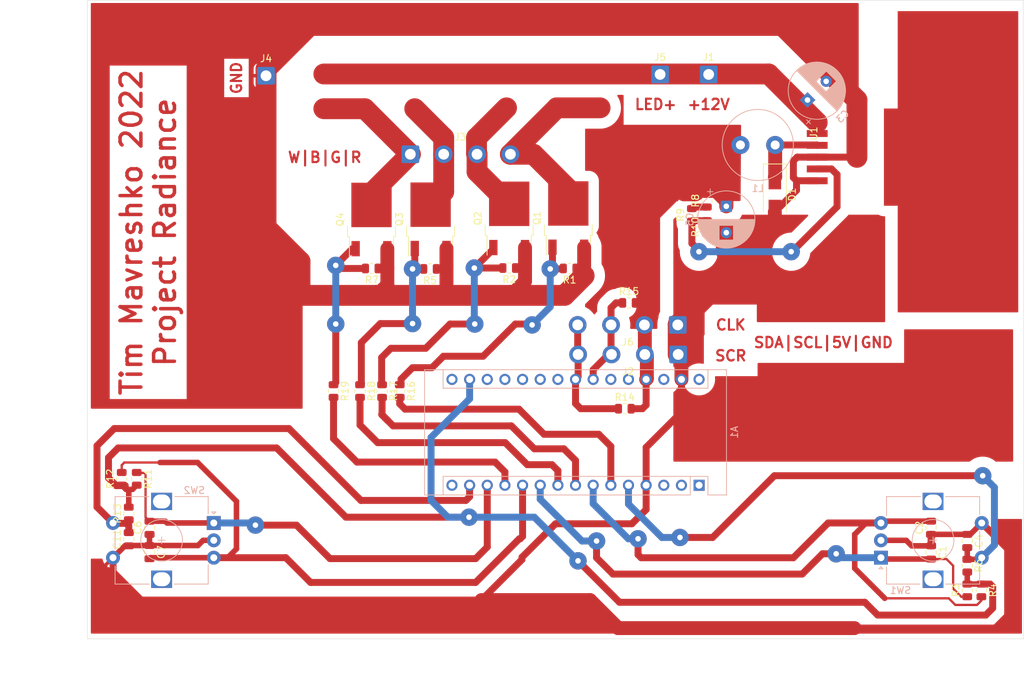
<source format=kicad_pcb>
(kicad_pcb (version 20211014) (generator pcbnew)
  (layers (0 "F.Cu" signal) (31 "B.Cu" signal) (34 "B.Paste" user) (35 "F.Paste" user) (36 "B.SilkS" user "B.Silkscreen") (37 "F.SilkS" user "F.Silkscreen") (38 "B.Mask" user) (39 "F.Mask" user) (44 "Edge.Cuts" user))
  (net 0 "")
  (net 3 "RIGHT_SW")
  (net 4 "RIGHT_B")
  (net 6 "LED_BLUE")
  (net 7 "+5V")
  (net 8 "RIGHT_A")
  (net 10 "LEFT_SW")
  (net 12 "LED_RED")
  (net 13 "SCL")
  (net 14 "LED_WHITE")
  (net 15 "SDA")
  (net 16 "LEFT_B")
  (net 18 "LED_GREEN")
  (net 20 "LEFT_A")
  (net 22 "GND")
  (net 27 "+3V3")
  (net 29 "+12V")
  (net 30 "W")
  (net 31 "B")
  (net 32 "G")
  (net 33 "R")
  (net 34 "Net-(D1-Pad1)")
  (net 35 "Net-(R8-Pad1)")
  (net 36 "Net-(R10-Pad2)")
  (net 38 "Net-(Q1-Pad1)")
  (net 39 "Net-(Q2-Pad1)")
  (net 40 "Net-(Q3-Pad1)")
  (net 41 "Net-(Q4-Pad1)")
  (footprint "Package_TO_SOT_SMD:TO-252-2" (layer "F.Cu") (at 119.254 94.5165 90)
    (fp_text reference "Q2")
    (fp_text value "FDD6635")
  )
  (footprint "Resistor_SMD:R_0805_2012Metric" (layer "F.Cu") (at 127.9525 101.727 180)
    (fp_text reference "R1")
    (fp_text value "100k")
  )
  (footprint "Resistor_SMD:R_0805_2012Metric" (layer "F.Cu") (at 119.253 101.6635 180)
    (fp_text reference "R2")
    (fp_text value "100k")
  )
  (footprint "Resistor_SMD:R_0805_2012Metric" (layer "F.Cu") (at 147.701 91.9715 90)
    (fp_text reference "R8")
    (fp_text value "8.2k")
  )
  (footprint "Resistor_SMD:R_0805_2012Metric" (layer "F.Cu") (at 145.542 94.02 90)
    (fp_text reference "R9")
    (fp_text value "3.9k")
  )
  (footprint "artisun_arduino:TO-220-5-SMD" (layer "F.Cu") (at 163.576 82.296 -90)
    (fp_text reference "U1")
    (fp_text value "LM2576T-ADJ")
  )
  (footprint "Resistor_SMD:R_0805_2012Metric" (layer "F.Cu") (at 64.516 137.0095 90)
    (fp_text reference "R13")
    (fp_text value "10k")
  )
  (footprint "Resistor_SMD:R_0805_2012Metric" (layer "F.Cu") (at 63.5 132.0165 90)
    (fp_text reference "R12")
    (fp_text value "10k")
  )
  (footprint "Resistor_SMD:R_0805_2012Metric" (layer "F.Cu") (at 65.659 132.0165 -90)
    (fp_text reference "R11")
    (fp_text value "10k")
  )
  (footprint "Resistor_SMD:R_0805_2012Metric" (layer "F.Cu") (at 185.166 148.082 90)
    (fp_text reference "R3")
    (fp_text value "10k")
  )
  (footprint "Capacitor_SMD:C_0805_2012Metric" (layer "F.Cu") (at 64.516 140.716 90)
    (fp_text reference "C11")
    (fp_text value "100n")
  )
  (footprint "Capacitor_SMD:C_0805_2012Metric" (layer "F.Cu") (at 67.5 142.572 -90)
    (fp_text reference "C7")
    (fp_text value "100n")
  )
  (footprint "Capacitor_SMD:C_0805_2012Metric" (layer "F.Cu") (at 185.166 140.97 -90)
    (fp_text reference "C4")
    (fp_text value "100n")
  )
  (footprint "Capacitor_SMD:C_0805_2012Metric" (layer "F.Cu") (at 67.5 139.072 90)
    (fp_text reference "C6")
    (fp_text value "100n")
  )
  (footprint "Capacitor_SMD:C_0805_2012Metric" (layer "F.Cu") (at 179.959 142.621 -90)
    (fp_text reference "C1")
    (fp_text value "100n")
  )
  (footprint "Resistor_SMD:R_0805_2012Metric" (layer "F.Cu") (at 107.863 101.7905 180)
    (fp_text reference "R5")
    (fp_text value "100k")
  )
  (footprint "Resistor_SMD:R_0805_2012Metric" (layer "F.Cu") (at 99.481 101.727 180)
    (fp_text reference "R7")
    (fp_text value "100k")
  )
  (footprint "Package_TO_SOT_SMD:TO-252-2" (layer "F.Cu") (at 99.441 94.6785 90)
    (fp_text reference "Q4")
    (fp_text value "FDD6635")
  )
  (footprint "Package_TO_SOT_SMD:TO-252-2" (layer "F.Cu") (at 107.949 94.6435 90)
    (fp_text reference "Q3")
    (fp_text value "FDD6635")
  )
  (footprint "Resistor_SMD:R_0805_2012Metric" (layer "F.Cu") (at 185.166 144.526 -90)
    (fp_text reference "R6")
    (fp_text value "10k")
  )
  (footprint "Capacitor_SMD:C_0805_2012Metric" (layer "F.Cu") (at 179.959 139.065 90)
    (fp_text reference "C2")
    (fp_text value "100n")
  )
  (footprint "Resistor_SMD:R_0805_2012Metric" (layer "F.Cu") (at 187.198 148.082 -90)
    (fp_text reference "R4")
    (fp_text value "10k")
  )
  (footprint "Connector_Wire:SolderWire-0.75sqmm_1x01_D1.25mm_OD2.3mm" (layer "F.Cu") (at 147.955 73.787)
    (fp_text reference "J1")
    (fp_text value "Conn12V")
  )
  (footprint "Connector_Wire:SolderWire-0.75sqmm_1x04_P4.8mm_D1.25mm_OD2.3mm" (layer "F.Cu") (at 105.029 85.2805)
    (fp_text reference "J3")
    (fp_text value "ConnLED")
  )
  (footprint "Connector_Wire:SolderWire-0.75sqmm_1x01_D1.25mm_OD2.3mm" (layer "F.Cu") (at 84.2645 73.9775)
    (fp_text reference "J4")
    (fp_text value "ConnGND")
  )
  (footprint "Diode_SMD:D_SMA_Handsoldering" (layer "F.Cu") (at 157.48 91.0825 -90)
    (fp_text reference "D1")
    (fp_text value "SS14")
  )
  (footprint "Resistor_SMD:R_0805_2012Metric" (layer "F.Cu") (at 147.701 95.758 90)
    (fp_text reference "R10")
    (fp_text value "3.9k")
  )
  (footprint "Connector_Wire:SolderWire-0.75sqmm_1x04_P4.8mm_D1.25mm_OD2.3mm" (layer "F.Cu") (at 143.5735 114.1095 180)
    (fp_text reference "J2")
    (fp_text value "ConnSCR")
  )
  (footprint "Package_TO_SOT_SMD:TO-252-2" (layer "F.Cu") (at 127.761 94.4685 90)
    (fp_text reference "Q1")
    (fp_text value "FDD6635")
  )
  (footprint "Resistor_SMD:R_0805_2012Metric" (layer "F.Cu") (at 93.98 119.38 -90)
    (fp_text reference "R19")
    (fp_text value "360")
  )
  (footprint "Connector_Wire:SolderWire-0.75sqmm_1x04_P4.8mm_D1.25mm_OD2.3mm" (layer "F.Cu") (at 143.51 109.855 180)
    (fp_text reference "J6")
    (fp_text value "ConnCLK")
  )
  (footprint "Resistor_SMD:R_0805_2012Metric" (layer "F.Cu") (at 103.505 119.38 -90)
    (fp_text reference "R16")
    (fp_text value "360")
  )
  (footprint "Resistor_SMD:R_0805_2012Metric" (layer "F.Cu") (at 97.79 119.38 -90)
    (fp_text reference "R18")
    (fp_text value "360")
  )
  (footprint "Resistor_SMD:R_0805_2012Metric" (layer "F.Cu") (at 100.965 119.38 -90)
    (fp_text reference "R17")
    (fp_text value "360")
  )
  (footprint "Resistor_SMD:R_0805_2012Metric" (layer "F.Cu") (at 135.89 121.92)
    (fp_text reference "R14")
    (fp_text value "10k")
  )
  (footprint "Resistor_SMD:R_0805_2012Metric" (layer "F.Cu") (at 136.49 106.68)
    (fp_text reference "R15")
    (fp_text value "10k")
  )
  (footprint "Connector_Wire:SolderWire-0.75sqmm_1x01_D1.25mm_OD2.3mm" (layer "F.Cu") (at 140.97 73.787)
    (fp_text reference "J5")
    (fp_text value "ConnLEDPower")
  )
  (footprint "Capacitor_THT:CP_Radial_D8.0mm_P3.80mm" (layer "B.Cu") (at 162.179 77.47 45)
    (fp_text reference "C3")
    (fp_text value "100 uF")
  )
  (footprint "Inductor_THT:L_Radial_D10.0mm_P5.00mm_Fastron_07M" (layer "B.Cu") (at 152.527 83.947)
    (fp_text reference "L1")
    (fp_text value "100 uH")
  )
  (footprint "Rotary_Encoder:RotaryEncoder_Alps_EC12E-Switch_Vertical_H20mm" (layer "B.Cu") (at 76.746 138.376 180)
    (fp_text reference "SW2")
    (fp_text value "Rotary_Encoder_Switch")
  )
  (footprint "Rotary_Encoder:RotaryEncoder_Alps_EC12E-Switch_Vertical_H20mm" (layer "B.Cu") (at 172.746 143.376)
    (fp_text reference "SW1")
    (fp_text value "Rotary_Encoder_Switch")
  )
  (footprint "Capacitor_THT:CP_Radial_D8.0mm_P3.80mm" (layer "B.Cu") (at 150.495 92.7735 -90)
    (fp_text reference "C5")
    (fp_text value "100 uF")
  )
  (footprint "Module:Arduino_Nano" (layer "B.Cu") (at 146.5795 132.9405 90)
    (fp_text reference "A1")
    (fp_text value "Arduino_Nano_v2.x")
  )
  (gr_rect (start 175.26 64.77) (end 192.405 107.95) (layer "F.Cu") (width 0.2) (fill solid))
  (gr_line (start 193.294 155.067) (end 193.2305 63.119) (layer "Edge.Cuts") (width 0.05))
  (gr_line (start 58.547 155.067) (end 193.294 155.067) (layer "Edge.Cuts") (width 0.05))
  (gr_line (start 193.2305 63.119) (end 58.547 63.119) (layer "Edge.Cuts") (width 0.05))
  (gr_line (start 58.547 63.119) (end 58.547 155.067) (layer "Edge.Cuts") (width 0.05))
  (gr_text "Tim Mavreshko 2022\nProject Radiance" (at 67.31 96.52 90) (layer "F.Cu") (effects (font (size 3 3) (thickness 0.5))))
  (gr_text "SCR" (at 151.13 114.3) (layer "F.Cu") (effects (font (size 1.5 1.5) (thickness 0.3))))
  (gr_text "W|B|G|R" (at 92.71 85.725) (layer "F.Cu") (effects (font (size 1.5 1.5) (thickness 0.3))))
  (gr_text "+12V" (at 147.955 78.105) (layer "F.Cu") (effects (font (size 1.5 1.5) (thickness 0.3))))
  (gr_text "SDA|SCL|5V|GND" (at 164.465 112.395) (layer "F.Cu") (effects (font (size 1.5 1.5) (thickness 0.3))))
  (gr_text "GND" (at 80.01 74.295 90) (layer "F.Cu") (effects (font (size 1.5 1.5) (thickness 0.3))))
  (gr_text "LED+" (at 140.335 78.105) (layer "F.Cu") (effects (font (size 1.5 1.5) (thickness 0.3))))
  (gr_text "CLK\n" (at 151.13 109.855) (layer "F.Cu") (effects (font (size 1.5 1.5) (thickness 0.3))))
  (segment (start 64.516 137.922) (end 64.008 137.922) (width 0.33) (layer "F.Cu") (net 3))
  (segment (start 64.008 138.43) (end 64.516 137.922) (width 1) (layer "F.Cu") (net 3))
  (segment (start 62.4205 124.7775) (end 87.5665 124.7775) (width 1) (layer "F.Cu") (net 3))
  (segment (start 97.917 135.128) (end 113.03 135.128) (width 1) (layer "F.Cu") (net 3))
  (segment (start 62.246 138.376) (end 59.944 136.074) (width 1) (layer "F.Cu") (net 3))
  (segment (start 64.516 139.766) (end 64.516 137.922) (width 1) (layer "F.Cu") (net 3))
  (segment (start 113.03 135.128) (end 113.5595 134.5985) (width 1) (layer "F.Cu") (net 3))
  (segment (start 113.5595 134.5985) (end 113.5595 132.9405) (width 1) (layer "F.Cu") (net 3))
  (segment (start 59.944 136.074) (end 59.944 127.254) (width 1) (layer "F.Cu") (net 3))
  (segment (start 59.944 127.254) (end 62.4205 124.7775) (width 1) (layer "F.Cu") (net 3))
  (segment (start 62.3 138.43) (end 64.008 138.43) (width 1) (layer "F.Cu") (net 3))
  (segment (start 62.246 138.376) (end 62.3 138.43) (width 1) (layer "F.Cu") (net 3))
  (segment (start 87.5665 124.7775) (end 97.917 135.128) (width 1) (layer "F.Cu") (net 3))
  (segment (start 76.746 143.376) (end 87.115 143.376) (width 1) (layer "F.Cu") (net 4))
  (segment (start 76.746 143.376) (end 67.646 143.376) (width 0.8) (layer "F.Cu") (net 4))
  (segment (start 120.7135 140.6525) (end 120.8405 140.6525) (width 1) (layer "F.Cu") (net 4))
  (segment (start 80.01 135.255) (end 74.422 129.667) (width 0.8) (layer "F.Cu") (net 4))
  (segment (start 90.678 146.939) (end 114.427 146.939) (width 1) (layer "F.Cu") (net 4))
  (segment (start 63.881 129.667) (end 63.5 130.048) (width 0.33) (layer "F.Cu") (net 4))
  (segment (start 87.115 143.376) (end 90.678 146.939) (width 1) (layer "F.Cu") (net 4))
  (segment (start 74.422 129.667) (end 69.0245 129.667) (width 0.8) (layer "F.Cu") (net 4))
  (segment (start 67.646 143.376) (end 67.5 143.522) (width 0.8) (layer "F.Cu") (net 4))
  (segment (start 69.0245 129.667) (end 63.881 129.667) (width 0.33) (layer "F.Cu") (net 4))
  (segment (start 120.8405 140.6525) (end 121.1795 140.3135) (width 1) (layer "F.Cu") (net 4))
  (segment (start 63.5 130.048) (end 63.5 131.104) (width 0.33) (layer "F.Cu") (net 4))
  (segment (start 80.01 142.113) (end 80.01 135.255) (width 0.8) (layer "F.Cu") (net 4))
  (segment (start 78.747 143.376) (end 80.01 142.113) (width 0.8) (layer "F.Cu") (net 4))
  (segment (start 76.746 143.376) (end 78.747 143.376) (width 0.8) (layer "F.Cu") (net 4))
  (segment (start 121.1795 140.3135) (end 121.1795 132.9405) (width 1) (layer "F.Cu") (net 4))
  (segment (start 114.427 146.939) (end 120.7135 140.6525) (width 1) (layer "F.Cu") (net 4))
  (segment (start 118.6815 126.8095) (end 121.8565 129.9845) (width 1) (layer "F.Cu") (net 6))
  (segment (start 121.8565 129.9845) (end 125.4125 129.9845) (width 1) (layer "F.Cu") (net 6))
  (segment (start 100.33 126.8095) (end 118.6815 126.8095) (width 1) (layer "F.Cu") (net 6))
  (segment (start 125.4125 129.9845) (end 126.2595 130.8315) (width 1) (layer "F.Cu") (net 6))
  (segment (start 97.79 120.2925) (end 97.79 124.2695) (width 1) (layer "F.Cu") (net 6))
  (segment (start 97.79 124.2695) (end 100.33 126.8095) (width 1) (layer "F.Cu") (net 6))
  (segment (start 126.2595 130.8315) (end 126.2595 132.9405) (width 1) (layer "F.Cu") (net 6))
  (segment (start 138.9595 121.3905) (end 138.9595 117.7005) (width 1) (layer "F.Cu") (net 7))
  (segment (start 144.4505 91.047) (end 146.0305 91.047) (width 2) (layer "F.Cu") (net 7))
  (segment (start 150.495 92.7735) (end 150.495 85.979) (width 2) (layer "F.Cu") (net 7))
  (segment (start 149.0345 90.297) (end 150.495 91.7575) (width 2) (layer "F.Cu") (net 7))
  (segment (start 138.7735 114.1095) (end 138.7735 95.224) (width 2) (layer "F.Cu") (net 7))
  (segment (start 138.7735 114.1095) (end 139.065 114.401) (width 2) (layer "F.Cu") (net 7))
  (segment (start 150.495 92.7735) (end 148.7805 91.059) (width 1) (layer "F.Cu") (net 7))
  (segment (start 138.7735 95.224) (end 143.7005 90.297) (width 2) (layer "F.Cu") (net 7))
  (segment (start 138.43 121.92) (end 138.9595 121.3905) (width 1) (layer "F.Cu") (net 7))
  (segment (start 148.7805 91.059) (end 147.701 91.059) (width 1) (layer "F.Cu") (net 7))
  (segment (start 136.8025 121.92) (end 138.43 121.92) (width 1) (layer "F.Cu") (net 7))
  (segment (start 139.065 117.595) (end 138.9595 117.7005) (width 2) (layer "F.Cu") (net 7))
  (segment (start 148.3605 90.297) (end 149.0345 90.297) (width 2) (layer "F.Cu") (net 7))
  (segment (start 146.7805 90.297) (end 148.3605 90.297) (width 2) (layer "F.Cu") (net 7))
  (segment (start 150.495 91.7575) (end 150.495 92.7735) (width 2) (layer "F.Cu") (net 7))
  (segment (start 150.495 85.979) (end 152.527 83.947) (width 2) (layer "F.Cu") (net 7))
  (segment (start 139.065 114.401) (end 139.065 117.595) (width 2) (layer "F.Cu") (net 7))
  (arc (start 146.4055 90.672) (mid 146.515335 90.406835) (end 146.7805 90.297) (width 2) (layer "F.Cu") (net 7))
  (arc (start 146.0305 91.047) (mid 146.295665 90.937165) (end 146.4055 90.672) (width 2) (layer "F.Cu") (net 7))
  (arc (start 143.7005 90.297) (mid 143.965665 90.406835) (end 144.0755 90.672) (width 2) (layer "F.Cu") (net 7))
  (arc (start 144.0755 90.672) (mid 144.185335 90.937165) (end 144.4505 91.047) (width 2) (layer "F.Cu") (net 7))
  (segment (start 76.746 138.376) (end 70.031 138.376) (width 0.8) (layer "F.Cu") (net 8))
  (segment (start 88.646 138.684) (end 93.472 143.51) (width 1) (layer "F.Cu") (net 8))
  (segment (start 93.472 143.51) (end 114.427 143.51) (width 1) (layer "F.Cu") (net 8))
  (segment (start 66.04 131.1675) (end 66.7785 131.1675) (width 0.33) (layer "F.Cu") (net 8))
  (segment (start 66.7785 131.1675) (end 66.929 131.318) (width 0.33) (layer "F.Cu") (net 8))
  (segment (start 66.929 137.551) (end 67.5 138.122) (width 0.33) (layer "F.Cu") (net 8))
  (segment (start 69.4595 138.122) (end 67.5 138.122) (width 0.8) (layer "F.Cu") (net 8))
  (segment (start 66.929 131.318) (end 66.929 137.551) (width 0.33) (layer "F.Cu") (net 8))
  (segment (start 69.4595 138.122) (end 69.777 138.122) (width 0.33) (layer "F.Cu") (net 8))
  (segment (start 116.0995 141.8375) (end 116.0995 132.9405) (width 1) (layer "F.Cu") (net 8))
  (segment (start 114.427 143.51) (end 116.0995 141.8375) (width 1) (layer "F.Cu") (net 8))
  (segment (start 70.031 138.376) (end 69.777 138.122) (width 0.8) (layer "F.Cu") (net 8))
  (segment (start 82.7405 138.684) (end 88.646 138.684) (width 1) (layer "F.Cu") (net 8))
  (via (at 82.7405 138.684) (size 2.5) (drill 0.8) (layers "F.Cu" "B.Cu") (net 8))
  (segment (start 76.746 138.376) (end 82.4325 138.376) (width 1) (layer "B.Cu") (net 8))
  (segment (start 82.4325 138.376) (end 82.7405 138.684) (width 1) (layer "B.Cu") (net 8))
  (segment (start 187.3885 131.572) (end 157.4165 131.572) (width 1) (layer "F.Cu") (net 10))
  (segment (start 157.4165 131.572) (end 148.5265 140.462) (width 1) (layer "F.Cu") (net 10))
  (segment (start 185.166 143.6135) (end 187.0085 143.6135) (width 0.8) (layer "F.Cu") (net 10))
  (segment (start 185.166 141.92) (end 185.166 143.6135) (width 0.8) (layer "F.Cu") (net 10))
  (segment (start 187.0085 143.6135) (end 187.246 143.376) (width 0.8) (layer "F.Cu") (net 10))
  (segment (start 148.5265 140.462) (end 143.8275 140.462) (width 1) (layer "F.Cu") (net 10))
  (via (at 187.3885 131.572) (size 2.5) (drill 0.8) (layers "F.Cu" "B.Cu") (net 10))
  (via (at 143.8275 140.462) (size 2.5) (drill 0.8) (layers "F.Cu" "B.Cu") (net 10))
  (segment (start 189.076001 133.259501) (end 187.3885 131.572) (width 1) (layer "B.Cu") (net 10))
  (segment (start 136.4195 135.6575) (end 141.224 140.462) (width 1) (layer "B.Cu") (net 10))
  (segment (start 189.076001 141.545999) (end 189.076001 133.259501) (width 1) (layer "B.Cu") (net 10))
  (segment (start 136.4195 132.9405) (end 136.4195 135.6575) (width 1) (layer "B.Cu") (net 10))
  (segment (start 187.246 143.376) (end 189.076001 141.545999) (width 1) (layer "B.Cu") (net 10))
  (segment (start 141.224 140.462) (end 143.8275 140.462) (width 1) (layer "B.Cu") (net 10))
  (segment (start 120.65 121.9835) (end 124.2695 125.603) (width 1) (layer "F.Cu") (net 12))
  (segment (start 103.505 120.2925) (end 103.505 121.2215) (width 1) (layer "F.Cu") (net 12))
  (segment (start 132.1435 125.603) (end 133.8795 127.339) (width 1) (layer "F.Cu") (net 12))
  (segment (start 133.8795 127.339) (end 133.8795 132.9405) (width 1) (layer "F.Cu") (net 12))
  (segment (start 124.2695 125.603) (end 132.1435 125.603) (width 1) (layer "F.Cu") (net 12))
  (segment (start 104.267 121.9835) (end 120.65 121.9835) (width 1) (layer "F.Cu") (net 12))
  (segment (start 103.505 121.2215) (end 104.267 121.9835) (width 1) (layer "F.Cu") (net 12))
  (segment (start 133.91 114.046) (end 133.9735 114.1095) (width 1) (layer "F.Cu") (net 13))
  (segment (start 133.91 109.855) (end 133.91 107.39) (width 1) (layer "F.Cu") (net 13))
  (segment (start 131.3395 116.3105) (end 131.3395 117.7005) (width 1) (layer "F.Cu") (net 13))
  (segment (start 133.9735 114.1095) (end 133.5405 114.1095) (width 1) (layer "F.Cu") (net 13))
  (segment (start 133.5405 114.1095) (end 131.3395 116.3105) (width 1) (layer "F.Cu") (net 13))
  (segment (start 133.91 107.39) (end 134.62 106.68) (width 1) (layer "F.Cu") (net 13))
  (segment (start 133.91 109.855) (end 133.91 114.046) (width 1) (layer "F.Cu") (net 13))
  (segment (start 134.62 106.68) (end 135.5775 106.68) (width 1) (layer "F.Cu") (net 13))
  (segment (start 93.98 126.238) (end 97.3455 129.6035) (width 1) (layer "F.Cu") (net 14))
  (segment (start 93.98 120.2925) (end 93.98 126.238) (width 1) (layer "F.Cu") (net 14))
  (segment (start 117.221 129.6035) (end 118.6395 131.022) (width 1) (layer "F.Cu") (net 14))
  (segment (start 97.3455 129.6035) (end 117.221 129.6035) (width 1) (layer "F.Cu") (net 14))
  (segment (start 118.6395 131.022) (end 118.6395 132.9405) (width 1) (layer "F.Cu") (net 14))
  (segment (start 129.11 109.855) (end 129.11 114.046) (width 1) (layer "F.Cu") (net 15))
  (segment (start 129.11 114.046) (end 129.1735 114.1095) (width 1) (layer "F.Cu") (net 15))
  (segment (start 128.7995 121.1795) (end 129.54 121.92) (width 1) (layer "F.Cu") (net 15))
  (segment (start 128.7995 117.7005) (end 128.7995 121.1795) (width 1) (layer "F.Cu") (net 15))
  (segment (start 129.1735 117.3265) (end 128.7995 117.7005) (width 1) (layer "F.Cu") (net 15))
  (segment (start 129.1735 114.1095) (end 129.1735 117.3265) (width 1) (layer "F.Cu") (net 15))
  (segment (start 129.54 121.92) (end 134.9775 121.92) (width 1) (layer "F.Cu") (net 15))
  (segment (start 165.154 138.376) (end 172.746 138.376) (width 1) (layer "F.Cu") (net 16))
  (segment (start 179.959 138.115) (end 173.007 138.115) (width 0.8) (layer "F.Cu") (net 16))
  (segment (start 168.9735 144.907) (end 173.2915 149.225) (width 0.8) (layer "F.Cu") (net 16))
  (segment (start 172.746 138.376) (end 170.615 138.376) (width 0.8) (layer "F.Cu") (net 16))
  (segment (start 173.007 138.115) (end 172.746 138.376) (width 0.8) (layer "F.Cu") (net 16))
  (segment (start 160.147 143.383) (end 165.154 138.376) (width 1) (layer "F.Cu") (net 16))
  (segment (start 137.795 142.9385) (end 138.2395 143.383) (width 1) (layer "F.Cu") (net 16))
  (segment (start 182.499 149.225) (end 173.2915 149.225) (width 0.33) (layer "F.Cu") (net 16))
  (segment (start 187.198 148.9945) (end 187.198 149.5425) (width 0.33) (layer "F.Cu") (net 16))
  (segment (start 137.795 140.6525) (end 137.795 142.9385) (width 1) (layer "F.Cu") (net 16))
  (segment (start 170.615 138.376) (end 168.9735 140.0175) (width 0.8) (layer "F.Cu") (net 16))
  (segment (start 168.9735 140.0175) (end 168.9735 144.907) (width 0.8) (layer "F.Cu") (net 16))
  (segment (start 183.4515 150.1775) (end 182.499 149.225) (width 0.33) (layer "F.Cu") (net 16))
  (segment (start 186.563 150.1775) (end 183.4515 150.1775) (width 0.33) (layer "F.Cu") (net 16))
  (segment (start 138.2395 143.383) (end 160.147 143.383) (width 1) (layer "F.Cu") (net 16))
  (segment (start 187.198 149.5425) (end 186.563 150.1775) (width 0.33) (layer "F.Cu") (net 16))
  (via (at 137.795 140.6525) (size 2.5) (drill 0.8) (layers "F.Cu" "B.Cu") (net 16))
  (segment (start 136.398 140.6525) (end 137.795 140.6525) (width 1) (layer "B.Cu") (net 16))
  (segment (start 131.3395 132.9405) (end 131.3395 135.594) (width 1) (layer "B.Cu") (net 16))
  (segment (start 131.3395 135.594) (end 136.398 140.6525) (width 1) (layer "B.Cu") (net 16))
  (segment (start 128.7995 129.371) (end 128.7995 132.9405) (width 1) (layer "F.Cu") (net 18))
  (segment (start 119.5705 124.3965) (end 122.8725 127.6985) (width 1) (layer "F.Cu") (net 18))
  (segment (start 100.9015 122.7455) (end 101.7905 123.6345) (width 1) (layer "F.Cu") (net 18))
  (segment (start 102.5525 124.3965) (end 119.5705 124.3965) (width 1) (layer "F.Cu") (net 18))
  (segment (start 101.7905 123.6345) (end 102.5525 124.3965) (width 1) (layer "F.Cu") (net 18))
  (segment (start 100.965 122.809) (end 101.7905 123.6345) (width 1) (layer "F.Cu") (net 18))
  (segment (start 100.965 120.2925) (end 100.965 122.809) (width 1) (layer "F.Cu") (net 18))
  (segment (start 122.8725 127.6985) (end 127.127 127.6985) (width 1) (layer "F.Cu") (net 18))
  (segment (start 127.127 127.6985) (end 128.7995 129.371) (width 1) (layer "F.Cu") (net 18))
  (segment (start 179.959 143.571) (end 172.941 143.571) (width 0.8) (layer "F.Cu") (net 20))
  (segment (start 184.3005 148.9945) (end 183.134 147.828) (width 0.33) (layer "F.Cu") (net 20))
  (segment (start 182.179 143.571) (end 179.959 143.571) (width 0.33) (layer "F.Cu") (net 20))
  (segment (start 183.134 147.828) (end 183.134 144.526) (width 0.33) (layer "F.Cu") (net 20))
  (segment (start 161.417 145.7325) (end 134.1755 145.7325) (width 1) (layer "F.Cu") (net 20))
  (segment (start 166.3065 142.8115) (end 164.338 142.8115) (width 1) (layer "F.Cu") (net 20))
  (segment (start 185.166 148.9945) (end 184.3005 148.9945) (width 0.33) (layer "F.Cu") (net 20))
  (segment (start 172.941 143.571) (end 172.746 143.376) (width 0.8) (layer "F.Cu") (net 20))
  (segment (start 131.826 143.383) (end 131.826 140.97) (width 1) (layer "F.Cu") (net 20))
  (segment (start 183.134 144.526) (end 182.179 143.571) (width 0.33) (layer "F.Cu") (net 20))
  (segment (start 164.338 142.8115) (end 161.417 145.7325) (width 1) (layer "F.Cu") (net 20))
  (segment (start 134.1755 145.7325) (end 131.826 143.383) (width 1) (layer "F.Cu") (net 20))
  (via (at 131.826 140.97) (size 2.5) (drill 0.8) (layers "F.Cu" "B.Cu") (net 20))
  (via (at 166.3065 142.8115) (size 2.5) (drill 0.8) (layers "F.Cu" "B.Cu") (net 20))
  (segment (start 172.746 143.376) (end 166.871 143.376) (width 1) (layer "B.Cu") (net 20))
  (segment (start 129.7305 140.97) (end 131.826 140.97) (width 1) (layer "B.Cu") (net 20))
  (segment (start 123.7195 132.9405) (end 123.7195 134.959) (width 1) (layer "B.Cu") (net 20))
  (segment (start 123.7195 134.959) (end 129.7305 140.97) (width 1) (layer "B.Cu") (net 20))
  (segment (start 166.871 143.376) (end 166.3065 142.8115) (width 1) (layer "B.Cu") (net 20))
  (segment (start 100.203 105.6005) (end 89.154 105.6005) (width 3) (layer "F.Cu") (net 22))
  (segment (start 121.031 101.6635) (end 121.534 101.1605) (width 1) (layer "F.Cu") (net 22))
  (segment (start 90.55299 66.73651) (end 158.87501 66.73651) (width 3) (layer "F.Cu") (net 22))
  (segment (start 67.5 140.022) (end 67.5 141.622) (width 0.8) (layer "F.Cu") (net 22))
  (segment (start 101.721 101.606) (end 101.721 104.0825) (width 2) (layer "F.Cu") (net 22))
  (segment (start 189.19601 153.51349) (end 168.94399 153.51349) (width 1) (layer "F.Cu") (net 22))
  (segment (start 84.2645 95.8215) (end 84.2645 73.025) (width 3) (layer "F.Cu") (net 22))
  (segment (start 67.5 141.622) (end 64.56 141.622) (width 0.8) (layer "F.Cu") (net 22))
  (segment (start 187.246 138.376) (end 190.97843 142.10843) (width 1) (layer "F.Cu") (net 22))
  (segment (start 150.495 99.175) (end 150.495 96.5735) (width 3) (layer "F.Cu") (net 22))
  (segment (start 160.147 86.233) (end 160.147 88.646) (width 1) (layer "F.Cu") (net 22))
  (segment (start 110.229 98.8435) (end 110.229 101.4165) (width 2) (layer "F.Cu") (net 22))
  (segment (start 143.5735 114.1095) (end 143.5735 109.7915) (width 3) (layer "F.Cu") (net 22))
  (segment (start 179.959 140.015) (end 185.161 140.015) (width 0.8) (layer "F.Cu") (net 22))
  (segment (start 144.0395 114.5755) (end 144.0395 117.7005) (width 2) (layer "F.Cu") (net 22))
  (segment (start 101.721 98.8785) (end 101.721 101.606) (width 2) (layer "F.Cu") (net 22))
  (segment (start 121.0945 143.637) (end 121.0945 143.3195) (width 1) (layer "F.Cu") (net 22))
  (segment (start 157.48 94.8055) (end 155.712 96.5735) (width 2) (layer "F.Cu") (net 22))
  (segment (start 138.9595 127.4865) (end 138.9595 132.9405) (width 1) (layer "F.Cu") (net 22))
  (segment (start 119.507 105.6005) (end 109.442902 105.6005) (width 3) (layer "F.Cu") (net 22))
  (segment (start 75.2145 140.876) (end 76.746 140.876) (width 0.8) (layer "F.Cu") (net 22))
  (segment (start 64.516 141.666) (end 63.956 141.666) (width 0.8) (layer "F.Cu") (net 22))
  (segment (start 109.855 101.7905) (end 110.229 101.4165) (width 1) (layer "F.Cu") (net 22))
  (segment (start 138.9595 136.44) (end 138.9595 132.9405) (width 1) (layer "F.Cu") (net 22))
  (segment (start 115.2525 149.479) (end 130.888976 149.479) (width 2) (layer "F.Cu") (net 22))
  (segment (start 121.534 103.5735) (end 119.507 105.6005) (width 2) (layer "F.Cu") (net 22))
  (segment (start 63.956 141.666) (end 62.246 143.376) (width 0.8) (layer "F.Cu") (net 22))
  (segment (start 128.865 101.727) (end 128.9995 101.727) (width 1) (layer "F.Cu") (net 22))
  (segment (start 125.9205 138.4935) (end 136.906 138.4935) (width 1) (layer "F.Cu") (net 22))
  (segment (start 147.701 96.6705) (end 150.398 96.6705) (width 1) (layer "F.Cu") (net 22))
  (segment (start 128.9995 101.727) (end 130.041 102.7685) (width 1) (layer "F.Cu") (net 22))
  (segment (start 110.229 101.4165) (end 110.229 104.814402) (width 2) (layer "F.Cu") (net 22))
  (segment (start 120.1655 101.6635) (end 121.031 101.6635) (width 1) (layer "F.Cu") (net 22))
  (segment (start 163.576 85.696) (end 169.262 85.696) (width 1) (layer "F.Cu") (net 22))
  (segment (start 121.534 101.1605) (end 121.534 103.5735) (width 2) (layer "F.Cu") (net 22))
  (segment (start 62.246 145.431) (end 66.294 149.479) (width 1) (layer "F.Cu") (net 22))
  (segment (start 158.87501 66.73651) (end 158.87501 67.05401) (width 3) (layer "F.Cu") (net 22))
  (segment (start 143.5735 109.7915) (end 149.86 103.505) (width 3) (layer "F.Cu") (net 22))
  (segment (start 121.0945 143.3195) (end 125.9205 138.4935) (width 1) (layer "F.Cu") (net 22))
  (segment (start 62.246 143.376) (end 62.246 145.431) (width 1) (layer "F.Cu") (net 22))
  (segment (start 179.959 141.671) (end 177.1675 141.671) (width 0.8) (layer "F.Cu") (net 22))
  (segment (start 151.495 102.505) (end 151.495 100.175) (width 3) (layer "F.Cu") (net 22))
  (segment (start 190.97843 151.73107) (end 189.19601 153.51349) (width 1) (layer "F.Cu") (net 22))
  (segment (start 160.597 89.096) (end 163.576 89.096) (width 1) (layer "F.Cu") (net 22))
  (segment (start 157.48 93.5825) (end 157.48 94.8055) (width 2) (layer "F.Cu") (net 22))
  (segment (start 100.3935 101.727) (end 101.6 101.727) (width 1) (layer "F.Cu") (net 22))
  (segment (start 101.721 104.0825) (end 100.203 105.6005) (width 2) (layer "F.Cu") (net 22))
  (segment (start 149.86 103.505) (end 150.495 103.505) (width 3) (layer "F.Cu") (net 22))
  (segment (start 110.229 104.814402) (end 109.442902 105.6005) (width 2) (layer "F.Cu") (net 22))
  (segment (start 74.4685 141.622) (end 75.2145 140.876) (width 0.8) (layer "F.Cu") (net 22))
  (segment (start 169.291 77.47) (end 169.291 85.725) (width 3) (layer "F.Cu") (net 22))
  (segment (start 115.2525 149.479) (end 121.0945 143.637) (width 1) (layer "F.Cu") (net 22))
  (segment (start 160.684 85.696) (end 160.147 86.233) (width 1) (layer "F.Cu") (net 22))
  (segment (start 163.576 85.696) (end 160.684 85.696) (width 1) (layer "F.Cu") (net 22))
  (segment (start 127.209 105.6005) (end 119.507 105.6005) (width 3) (layer "F.Cu") (net 22))
  (segment (start 143.5735 114.1095) (end 144.0395 114.5755) (width 2) (layer "F.Cu") (net 22))
  (segment (start 134.923466 153.51349) (end 168.94399 153.51349) (width 2) (layer "F.Cu") (net 22))
  (segment (start 130.041 102.7685) (end 127.209 105.6005) (width 3) (layer "F.Cu") (net 22))
  (segment (start 185.602 140.02) (end 187.246 138.376) (width 0.8) (layer "F.Cu") (net 22))
  (segment (start 190.97843 142.10843) (end 190.97843 151.73107) (width 1) (layer "F.Cu") (net 22))
  (segment (start 67.5 141.622) (end 74.4685 141.622) (width 0.8) (layer "F.Cu") (net 22))
  (segment (start 101.6 101.727) (end 101.721 101.606) (width 1) (layer "F.Cu") (net 22))
  (segment (start 144.0395 117.7005) (end 144.0395 122.4065) (width 1) (layer "F.Cu") (net 22))
  (segment (start 160.597 90.4655) (end 160.597 89.096) (width 1) (layer "F.Cu") (net 22))
  (segment (start 100.203 105.6005) (end 109.442902 105.6005) (width 3) (layer "F.Cu") (net 22))
  (segment (start 144.0395 122.4065) (end 138.9595 127.4865) (width 1) (layer "F.Cu") (net 22))
  (segment (start 136.906 138.4935) (end 138.9595 136.44) (width 1) (layer "F.Cu") (net 22))
  (segment (start 176.3725 140.876) (end 172.746 140.876) (width 0.8) (layer "F.Cu") (net 22))
  (segment (start 150.398 96.6705) (end 150.495 96.5735) (width 1) (layer "F.Cu") (net 22))
  (segment (start 185.161 140.015) (end 185.166 140.02) (width 0.8) (layer "F.Cu") (net 22))
  (segment (start 160.147 88.646) (end 160.597 89.096) (width 1) (layer "F.Cu") (net 22))
  (segment (start 130.888976 149.479) (end 134.923466 153.51349) (width 2) (layer "F.Cu") (net 22))
  (segment (start 89.154 100.711) (end 84.2645 95.8215) (width 3) (layer "F.Cu") (net 22))
  (segment (start 185.166 140.02) (end 185.602 140.02) (width 0.8) (layer "F.Cu") (net 22))
  (segment (start 121.534 98.7165) (end 121.534 101.1605) (width 2) (layer "F.Cu") (net 22))
  (segment (start 66.294 149.479) (end 115.2525 149.479) (width 1) (layer "F.Cu") (net 22))
  (segment (start 157.48 93.5825) (end 160.597 90.4655) (width 1) (layer "F.Cu") (net 22))
  (segment (start 179.959 140.015) (end 179.959 141.671) (width 1) (layer "F.Cu") (net 22))
  (segment (start 155.712 96.5735) (end 150.495 96.5735) (width 2) (layer "F.Cu") (net 22))
  (segment (start 177.1675 141.671) (end 176.3725 140.876) (width 0.8) (layer "F.Cu") (net 22))
  (segment (start 84.2645 73.025) (end 90.55299 66.73651) (width 3) (layer "F.Cu") (net 22))
  (segment (start 169.262 85.696) (end 169.291 85.725) (width 1) (layer "F.Cu") (net 22))
  (segment (start 130.041 98.6685) (end 130.041 102.7685) (width 2) (layer "F.Cu") (net 22))
  (segment (start 89.154 105.6005) (end 89.154 100.711) (width 3) (layer "F.Cu") (net 22))
  (segment (start 64.56 141.622) (end 64.516 141.666) (width 0.8) (layer "F.Cu") (net 22))
  (segment (start 108.7755 101.7905) (end 109.855 101.7905) (width 1) (layer "F.Cu") (net 22))
  (segment (start 158.87501 67.05401) (end 169.291 77.47) (width 3) (layer "F.Cu") (net 22))
  (arc (start 150.995 99.675) (mid 150.641447 99.528553) (end 150.495 99.175) (width 3) (layer "F.Cu") (net 22))
  (arc (start 150.995 103.005) (mid 151.348553 102.858553) (end 151.495 102.505) (width 3) (layer "F.Cu") (net 22))
  (arc (start 150.495 103.505) (mid 150.641447 103.151447) (end 150.995 103.005) (width 3) (layer "F.Cu") (net 22))
  (arc (start 151.495 100.175) (mid 151.348553 99.821447) (end 150.995 99.675) (width 3) (layer "F.Cu") (net 22))
  (segment (start 185.166 145.4385) (end 185.166 147.1695) (width 0.8) (layer "F.Cu") (net 27))
  (segment (start 185.166 147.1695) (end 187.198 147.1695) (width 0.8) (layer "F.Cu") (net 27))
  (segment (start 65.0475 133.5405) (end 65.659 132.929) (width 0.8) (layer "F.Cu") (net 27))
  (segment (start 62.698 132.9925) (end 61.595 131.8895) (width 1) (layer "F.Cu") (net 27))
  (segment (start 85.7885 127.5715) (end 95.758 137.541) (width 1) (layer "F.Cu") (net 27))
  (segment (start 188.8255 147.5505) (end 188.8255 150.6455) (width 1) (layer "F.Cu") (net 27))
  (segment (start 64.1115 133.5405) (end 63.5 132.929) (width 0.8) (layer "F.Cu") (net 27))
  (segment (start 61.595 128.9685) (end 62.992 127.5715) (width 1) (layer "F.Cu") (net 27))
  (segment (start 188.8255 150.6455) (end 187.833 151.638) (width 1) (layer "F.Cu") (net 27))
  (segment (start 64.516 133.5405) (end 65.0475 133.5405) (width 0.8) (layer "F.Cu") (net 27))
  (segment (start 64.516 133.5405) (end 64.1115 133.5405) (width 0.8) (layer "F.Cu") (net 27))
  (segment (start 135.128 149.7965) (end 129.159 143.8275) (width 1) (layer "F.Cu") (net 27))
  (segment (start 61.595 131.8895) (end 61.595 128.9685) (width 1) (layer "F.Cu") (net 27))
  (segment (start 172.2755 151.638) (end 170.434 149.7965) (width 1) (layer "F.Cu") (net 27))
  (segment (start 187.198 147.1695) (end 188.4445 147.1695) (width 1) (layer "F.Cu") (net 27))
  (segment (start 62.992 127.5715) (end 85.7885 127.5715) (width 1) (layer "F.Cu") (net 27))
  (segment (start 64.516 136.097) (end 64.516 133.5405) (width 0.8) (layer "F.Cu") (net 27))
  (segment (start 64.008 132.9925) (end 62.698 132.9925) (width 1) (layer "F.Cu") (net 27))
  (segment (start 95.758 137.541) (end 113.4745 137.541) (width 1) (layer "F.Cu") (net 27))
  (segment (start 188.4445 147.1695) (end 188.8255 147.5505) (width 1) (layer "F.Cu") (net 27))
  (segment (start 187.833 151.638) (end 172.2755 151.638) (width 1) (layer "F.Cu") (net 27))
  (segment (start 170.434 149.7965) (end 135.128 149.7965) (width 1) (layer "F.Cu") (net 27))
  (via (at 113.4745 137.541) (size 2.5) (drill 0.8) (layers "F.Cu" "B.Cu") (net 27))
  (via (at 129.159 143.8275) (size 2.5) (drill 0.8) (layers "F.Cu" "B.Cu") (net 27))
  (segment (start 122.8725 137.541) (end 129.159 143.8275) (width 1) (layer "B.Cu") (net 27))
  (segment (start 108.0135 126.0475) (end 113.5595 120.5015) (width 1) (layer "B.Cu") (net 27))
  (segment (start 113.4745 137.541) (end 110.4265 137.541) (width 1) (layer "B.Cu") (net 27))
  (segment (start 113.5595 120.5015) (end 113.5595 117.7005) (width 1) (layer "B.Cu") (net 27))
  (segment (start 108.0135 135.128) (end 108.0135 126.0475) (width 1) (layer "B.Cu") (net 27))
  (segment (start 110.4265 137.541) (end 108.0135 135.128) (width 1) (layer "B.Cu") (net 27))
  (segment (start 113.4745 137.541) (end 122.8725 137.541) (width 1) (layer "B.Cu") (net 27))
  (segment (start 92.583 73.7235) (end 156.591 73.7235) (width 3) (layer "F.Cu") (net 29))
  (segment (start 156.591 73.7235) (end 163.576 80.7085) (width 3) (layer "F.Cu") (net 29))
  (segment (start 163.576 80.7085) (end 163.576 82.296) (width 1) (layer "F.Cu") (net 29))
  (segment (start 92.583 78.7235) (end 98.472 78.7235) (width 3) (layer "F.Cu") (net 30))
  (segment (start 105.029 85.2805) (end 99.441 90.8685) (width 3) (layer "F.Cu") (net 30))
  (segment (start 99.441 90.8685) (end 99.441 92.5785) (width 3) (layer "F.Cu") (net 30))
  (segment (start 98.472 78.7235) (end 105.029 85.2805) (width 3) (layer "F.Cu") (net 30))
  (segment (start 109.829 90.6635) (end 107.949 92.5435) (width 3) (layer "F.Cu") (net 31))
  (segment (start 105.664 78.7235) (end 109.829 82.8885) (width 3) (layer "F.Cu") (net 31))
  (segment (start 109.829 85.2805) (end 109.829 90.6635) (width 3) (layer "F.Cu") (net 31))
  (segment (start 109.829 82.8885) (end 109.829 85.2805) (width 3) (layer "F.Cu") (net 31))
  (segment (start 114.629 87.7915) (end 119.254 92.4165) (width 3) (layer "F.Cu") (net 32))
  (segment (start 114.554 85.2055) (end 114.629 85.2805) (width 3) (layer "F.Cu") (net 32))
  (segment (start 114.554 82.9145) (end 114.554 85.2055) (width 3) (layer "F.Cu") (net 32))
  (segment (start 114.629 85.2805) (end 114.629 87.7915) (width 3) (layer "F.Cu") (net 32))
  (segment (start 118.872 78.5965) (end 114.554 82.9145) (width 3) (layer "F.Cu") (net 32))
  (segment (start 119.429 85.2805) (end 122.7455 85.2805) (width 3) (layer "F.Cu") (net 33))
  (segment (start 127.761 90.296) (end 127.761 92.3685) (width 3) (layer "F.Cu") (net 33))
  (segment (start 132.334 78.5965) (end 126.113 78.5965) (width 3) (layer "F.Cu") (net 33))
  (segment (start 122.7455 85.2805) (end 127.761 90.296) (width 3) (layer "F.Cu") (net 33))
  (segment (start 126.113 78.5965) (end 119.429 85.2805) (width 3) (layer "F.Cu") (net 33))
  (segment (start 157.527 83.947) (end 163.527 83.947) (width 1) (layer "F.Cu") (net 34))
  (segment (start 157.527 88.5355) (end 157.48 88.5825) (width 2) (layer "F.Cu") (net 34))
  (segment (start 157.527 83.947) (end 157.527 88.5355) (width 2) (layer "F.Cu") (net 34))
  (segment (start 163.527 83.947) (end 163.576 83.996) (width 1) (layer "F.Cu") (net 34))
  (segment (start 145.7655 92.884) (end 145.542 93.1075) (width 1) (layer "F.Cu") (net 35))
  (segment (start 147.701 92.884) (end 145.7655 92.884) (width 1) (layer "F.Cu") (net 35))
  (segment (start 146.4945 99.06) (end 146.4945 99.2505) (width 1) (layer "F.Cu") (net 36))
  (segment (start 145.542 98.1075) (end 146.4945 99.06) (width 1) (layer "F.Cu") (net 36))
  (segment (start 146.4945 99.2505) (end 146.558 99.314) (width 1) (layer "F.Cu") (net 36))
  (segment (start 165.628 87.396) (end 163.576 87.396) (width 1) (layer "F.Cu") (net 36))
  (segment (start 160.2105 99.06) (end 166.4335 92.837) (width 1) (layer "F.Cu") (net 36))
  (segment (start 166.4335 88.2015) (end 165.628 87.396) (width 1) (layer "F.Cu") (net 36))
  (segment (start 145.629 94.8455) (end 145.542 94.9325) (width 1) (layer "F.Cu") (net 36))
  (segment (start 166.4335 92.837) (end 166.4335 88.2015) (width 1) (layer "F.Cu") (net 36))
  (segment (start 145.542 94.9325) (end 145.542 98.1075) (width 1) (layer "F.Cu") (net 36))
  (segment (start 147.701 94.8455) (end 145.629 94.8455) (width 1) (layer "F.Cu") (net 36))
  (via (at 146.558 99.314) (size 2.5) (drill 0.8) (layers "F.Cu" "B.Cu") (net 36))
  (via (at 159.8295 99.314) (size 2.5) (drill 0.8) (layers "F.Cu" "B.Cu") (net 36))
  (segment (start 146.558 99.314) (end 159.8295 99.314) (width 1) (layer "B.Cu") (net 36))
  (segment (start 125.481 98.6685) (end 125.481 101.468) (width 1) (layer "F.Cu") (net 38))
  (segment (start 108.1405 116.0145) (end 105.3465 116.0145) (width 1) (layer "F.Cu") (net 38))
  (segment (start 105.3465 116.0145) (end 103.6955 117.6655) (width 1) (layer "F.Cu") (net 38))
  (segment (start 125.481 101.468) (end 125.1585 101.7905) (width 1) (layer "F.Cu") (net 38))
  (segment (start 122.555 109.855) (end 122.428 109.728) (width 1) (layer "F.Cu") (net 38))
  (segment (start 103.6955 117.6655) (end 103.6955 118.277) (width 1) (layer "F.Cu") (net 38))
  (segment (start 120.142 109.728) (end 115.5065 114.3635) (width 1) (layer "F.Cu") (net 38))
  (segment (start 103.6955 118.277) (end 103.505 118.4675) (width 1) (layer "F.Cu") (net 38))
  (segment (start 115.5065 114.3635) (end 109.7915 114.3635) (width 1) (layer "F.Cu") (net 38))
  (segment (start 125.1585 101.7905) (end 126.9765 101.7905) (width 1) (layer "F.Cu") (net 38))
  (segment (start 109.7915 114.3635) (end 108.1405 116.0145) (width 1) (layer "F.Cu") (net 38))
  (segment (start 122.428 109.728) (end 120.142 109.728) (width 1) (layer "F.Cu") (net 38))
  (segment (start 126.9765 101.7905) (end 127.04 101.727) (width 1) (layer "F.Cu") (net 38))
  (via (at 122.555 109.855) (size 2.5) (drill 0.8) (layers "F.Cu" "B.Cu") (net 38))
  (via (at 125.1585 101.7905) (size 2.5) (drill 0.8) (layers "F.Cu" "B.Cu") (net 38))
  (segment (start 122.555 109.855) (end 125.1585 107.2515) (width 1) (layer "B.Cu") (net 38))
  (segment (start 125.1585 107.2515) (end 125.1585 101.7905) (width 1) (layer "B.Cu") (net 38))
  (segment (start 100.9015 118.404) (end 100.965 118.4675) (width 1) (layer "F.Cu") (net 39))
  (segment (start 102.235 113.2205) (end 100.9015 114.554) (width 1) (layer "F.Cu") (net 39))
  (segment (start 114.2365 101.6635) (end 118.3405 101.6635) (width 1) (layer "F.Cu") (net 39))
  (segment (start 107.2515 113.2205) (end 102.235 113.2205) (width 1) (layer "F.Cu") (net 39))
  (segment (start 100.9015 114.554) (end 100.9015 118.404) (width 1) (layer "F.Cu") (net 39))
  (segment (start 114.3 109.728) (end 110.744 109.728) (width 1) (layer "F.Cu") (net 39))
  (segment (start 110.744 109.728) (end 107.2515 113.2205) (width 1) (layer "F.Cu") (net 39))
  (segment (start 116.974 98.926) (end 114.2365 101.6635) (width 1) (layer "F.Cu") (net 39))
  (segment (start 116.974 98.7165) (end 116.974 98.926) (width 1) (layer "F.Cu") (net 39))
  (via (at 114.3 109.728) (size 2.5) (drill 0.8) (layers "F.Cu" "B.Cu") (net 39))
  (via (at 114.2365 101.6635) (size 2.5) (drill 0.8) (layers "F.Cu" "B.Cu") (net 39))
  (segment (start 114.2365 101.6635) (end 114.2365 109.6645) (width 1) (layer "B.Cu") (net 39))
  (segment (start 114.2365 109.6645) (end 114.3 109.728) (width 1) (layer "B.Cu") (net 39))
  (segment (start 105.669 98.8435) (end 105.669 101.468) (width 1) (layer "F.Cu") (net 40))
  (segment (start 105.3465 109.6645) (end 100.711 109.6645) (width 1) (layer "F.Cu") (net 40))
  (segment (start 105.3465 101.7905) (end 106.9505 101.7905) (width 1) (layer "F.Cu") (net 40))
  (segment (start 100.711 109.6645) (end 97.9805 112.395) (width 1) (layer "F.Cu") (net 40))
  (segment (start 97.9805 112.395) (end 97.9805 118.277) (width 1) (layer "F.Cu") (net 40))
  (segment (start 105.669 101.468) (end 105.3465 101.7905) (width 1) (layer "F.Cu") (net 40))
  (segment (start 97.9805 118.277) (end 97.79 118.4675) (width 1) (layer "F.Cu") (net 40))
  (via (at 105.3465 109.6645) (size 2.5) (drill 0.8) (layers "F.Cu" "B.Cu") (net 40))
  (via (at 105.3465 101.7905) (size 2.5) (drill 0.8) (layers "F.Cu" "B.Cu") (net 40))
  (segment (start 105.3465 101.7905) (end 105.3465 109.6645) (width 1) (layer "B.Cu") (net 40))
  (segment (start 97.161 98.8785) (end 96.7015 98.8785) (width 1) (layer "F.Cu") (net 41))
  (segment (start 94.2975 109.728) (end 94.2975 118.15) (width 1) (layer "F.Cu") (net 41))
  (segment (start 98.5685 101.727) (end 94.742 101.727) (width 1) (layer "F.Cu") (net 41))
  (segment (start 94.2975 118.15) (end 93.98 118.4675) (width 1) (layer "F.Cu") (net 41))
  (segment (start 96.7015 98.8785) (end 94.2975 101.2825) (width 1) (layer "F.Cu") (net 41))
  (segment (start 94.742 101.727) (end 94.2975 101.2825) (width 1) (layer "F.Cu") (net 41))
  (via (at 94.2975 109.728) (size 2.5) (drill 0.8) (layers "F.Cu" "B.Cu") (net 41))
  (via (at 94.2975 101.2825) (size 2.5) (drill 0.8) (layers "F.Cu" "B.Cu") (net 41))
  (segment (start 94.2975 101.2825) (end 94.2975 109.728) (width 1) (layer "B.Cu") (net 41))
  (zone (net 22) (net_name "GND") (layer "F.Cu") (connect_pads yes (clearance 1.5)) (min_thickness 0.254) (fill yes (thermal_gap 0.508) (thermal_bridge_width 0.508))
    (polygon (pts (xy 173.355 93.98) (xy 173.355 110.49) (xy 193.04 110.49) (xy 193.04 129.54) (xy 142.875 129.54) (xy 142.875 93.98) (xy 152.4 93.98)))
  )
  (zone (net 22) (net_name "GND") (layer "F.Cu") (connect_pads (clearance 0.1)) (min_thickness 0.254) (fill yes (thermal_gap 0.508) (thermal_bridge_width 0.508))
    (polygon (pts (xy 169.545 77.47) (xy 158.115 66.675) (xy 90.805 66.675) (xy 84.2645 73.9775) (xy 84.455 95.885) (xy 89.535 100.965) (xy 89.535 121.92) (xy 59.055 121.92) (xy 59.055 63.5) (xy 169.545 63.5)))
  )
  (zone (net 22) (net_name "GND") (layer "F.Cu") (connect_pads (clearance 0.1)) (min_thickness 0.254) (fill yes (thermal_gap 0.508) (thermal_bridge_width 0.508))
    (polygon (pts (xy 193.04 154.305) (xy 59.055 154.305) (xy 59.055 143.51) (xy 62.23 143.51) (xy 62.23 145.415) (xy 66.04 149.86) (xy 85.725 149.225) (xy 130.81 149.225) (xy 134.62 153.035) (xy 189.23 153.035) (xy 191.135 151.765) (xy 191.135 142.24) (xy 186.69 137.795) (xy 193.04 137.795)))
  )
  (zone (net 7) (net_name "+5V") (layer "F.Cu") (connect_pads yes (clearance 1.5)) (min_thickness 0.254) (fill yes (thermal_gap 0.508) (thermal_bridge_width 0.508))
    (polygon (pts (xy 152.55279 92.020684) (xy 140.97 92.075) (xy 140.97 110.435684) (xy 130.175 110.435684) (xy 130.175 74.875684) (xy 152.667676 74.733444)))
  )
)
</source>
